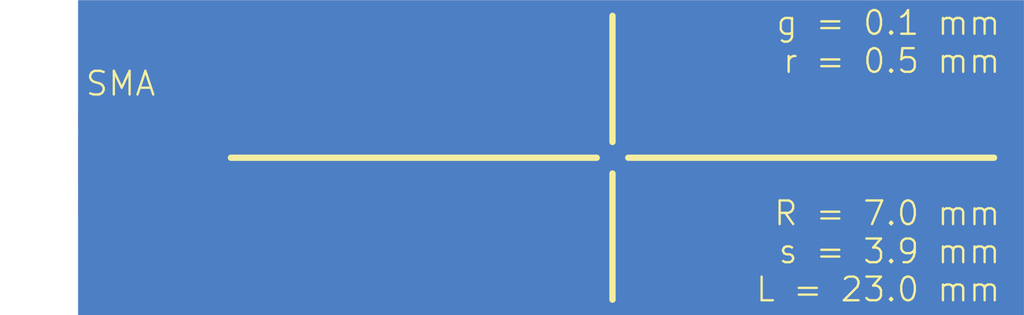
<source format=kicad_pcb>
(kicad_pcb (version 20211014) (generator pcbnew)
  (title_block (title "Antenne MW ODMR") (rev "v01") (company "IEMN - Centrale Lille") (comment 1 "Auteur : Noé Pigret"))
  (layers (0 "F.Cu" signal) (31 "B.Cu" signal) (34 "B.Paste" user) (35 "F.Paste" user) (36 "B.SilkS" user "B.Silkscreen") (37 "F.SilkS" user "F.Silkscreen") (38 "B.Mask" user) (39 "F.Mask" user) (44 "Edge.Cuts" user))
  (net 0 "")
  (net 1 "Net-(AE1-Pad1)")
  (net 2 "GND")
  (footprint "Antenne_MW_footprints_library:SMA Connector Qsense Project" (layer "F.Cu") (at 92 70.32 -90)
    (fp_text reference "SMA" (at -5.02 -0.7 unlocked) (layer "F.SilkS") (effects (font (size 1.5 1.5))))
    (fp_text value "Conn_Coaxial")
    (pad "1" smd rect (at 0 0 270) (size 1.2 4) (layers "F.Cu" "F.Paste" "F.Mask") (net 1 "Net-(AE1-Pad1)"))
    (pad "2" smd rect (at -2.75 0 270) (size 1.2 4) (layers "F.Cu" "B.Paste" "B.Mask") (net 2 "GND"))
    (pad "2" smd rect (at 2.75 0 270) (size 1.2 4) (layers "F.Cu" "B.Paste" "B.Mask") (net 2 "GND"))
    (pad "2" smd rect (at -2.75 0 270) (size 1.2 4) (layers "F.Cu" "F.Paste" "F.Mask") (net 2 "GND"))
    (pad "2" smd rect (at 2.75 0 270) (size 1.2 4) (layers "F.Cu" "F.Paste" "F.Mask") (net 2 "GND"))
  )
  (gr_line (start 123.9 69) (end 123.9 61) (layer "F.SilkS") (width 0.4))
  (gr_line (start 123.9 79) (end 123.9 71) (layer "F.SilkS") (width 0.4))
  (gr_line (start 99.7 70) (end 122.9 70) (layer "F.SilkS") (width 0.4))
  (gr_line (start 124.9 70) (end 148.1 70) (layer "F.SilkS") (width 0.4))
  (gr_rect (start 90 60) (end 150 80) (layer "Edge.Cuts") (width 0.01) (fill none))
  (gr_text "g = 0.1 mm\nr = 0.5 mm\n\n\n\nR = 7.0 mm\ns = 3.9 mm\nL = 23.0 mm" (at 148.6 69.9) (layer "F.SilkS") (effects (font (size 1.5 1.5)) (justify right)))
  (zone (net 1) (net_name "Net-(AE1-Pad1)") (layer "F.Cu") (connect_pads (clearance 0)) (min_thickness 0.0254) (fill yes (thermal_gap 0.508) (thermal_bridge_width 0.508))
    (polygon (pts (xy 127.004898 70) (xy 126.986086 69.486974) (xy 126.929752 68.976703) (xy 126.836197 68.471929) (xy 126.705925 67.975362) (xy 126.539636 67.489669) (xy 126.338221 67.017459) (xy 126.102764 66.561269) (xy 125.834528 66.123549) (xy 125.534955 65.706649) (xy 125.205654 65.312808) (xy 124.848392 64.944143) (xy 124.46509 64.602633) (xy 124.057806 64.290113) (xy 123.628726 64.008261) (xy 123.180157 63.75859) (xy 122.714507 63.542443) (xy 122.234277 63.360979) (xy 121.742047 63.215174) (xy 121.240461 63.10581) (xy 120.732211 63.033476) (xy 120.220029 62.998558) (xy 119.706665 63.001246) (xy 119.194877 63.041525) (xy 118.687413 63.119178) (xy 118.186999 63.233788) (xy 117.696323 63.38474) (xy 117.21802 63.571222) (xy 116.754659 63.792234) (xy 116.308728 64.046588) (xy 115.882624 64.332918) (xy 115.478635 64.649687) (xy 115.09893 64.995192) (xy 114.745548 65.367578) (xy 114.420389 65.764845) (xy 114.125198 66.184859) (xy 113.861561 66.625365) (xy 113.630894 67.083996) (xy 113.434435 67.558288) (xy 113.273241 68.045696) (xy 113.148176 68.5436) (xy 113.059912 69.049326) (xy 113.008925 69.560159) (xy 112.998717 69.949966) (xy 123.4 69.95) (xy 123.412353 69.89) (xy 123.43 69.83) (xy 123.46 69.76) (xy 123.5 69.7) (xy 123.58 69.616321) (xy 123.64 69.57) (xy 123.73 69.53) (xy 123.800316 69.51) (xy 123.869189 69.5) (xy 123.94 69.5) (xy 124.04 69.52) (xy 124.14 69.56) (xy 124.21 69.61) (xy 124.25 69.64) (xy 124.29 69.68834) (xy 124.32 69.73) (xy 124.36 69.8) (xy 124.38 69.859812) (xy 124.39 69.91) (xy 124.4 69.97) (xy 124.4 70.03) (xy 124.39 70.1) (xy 124.37 70.17) (xy 124.35 70.22) (xy 124.32 70.27) (xy 124.27 70.34) (xy 124.21 70.39) (xy 124.14 70.44) (xy 124.04 70.48) (xy 123.94 70.5) (xy 123.86 70.5) (xy 123.73 70.47) (xy 123.64 70.43) (xy 123.571942 70.38) (xy 123.51 70.311965) (xy 123.46 70.24) (xy 123.43 70.17) (xy 123.41 70.1) (xy 123.4 70.05) (xy 112.9961 70.049898) (xy 90 68.67) (xy 90 71.97) (xy 113.019669 70.586155) (xy 113.081344 71.095807) (xy 113.180179 71.599575) (xy 113.315644 72.09475) (xy 113.487011 72.578675) (xy 113.693359 73.048749) (xy 113.93358 73.502449) (xy 114.206385 73.937337) (xy 114.510307 74.351077) (xy 114.843715 74.741447) (xy 115.204817 75.106351) (xy 115.591675 75.443828) (xy 116.00221 75.752066) (xy 116.434217 76.02941) (xy 116.885376 76.27437) (xy 117.353264 76.485629) (xy 117.835367 76.662054) (xy 118.329097 76.802697) (xy 118.831802 76.906802) (xy 119.340781 76.97381) (xy 119.8533 77.003362) (xy 120.366608 76.995298) (xy 120.877947 76.949662) (xy 121.38457 76.8667) (xy 121.883756 76.746856) (xy 122.372825 76.590774) (xy 122.849149 76.399293) (xy 123.31017 76.173441) (xy 123.753412 75.914431) (xy 124.176494 75.623655) (xy 124.577145 75.302673) (xy 124.953211 74.953211) (xy 125.302673 74.577145) (xy 125.623655 74.176494) (xy 125.914431 73.753412) (xy 126.173441 73.31017) (xy 126.399293 72.849149) (xy 126.590774 72.372825) (xy 126.746856 71.883756) (xy 126.8667 71.38457) (xy 126.949662 70.877947) (xy 126.995298 70.366608)))
  )
  (zone (net 0) (net_name "") (layer "B.Cu") (connect_pads (clearance 0)) (min_thickness 0.0254) (fill yes (thermal_gap 0.508) (thermal_bridge_width 0.508))
    (polygon (pts (xy 150 80) (xy 90 80) (xy 90 60) (xy 150 60)))
  )
)
</source>
